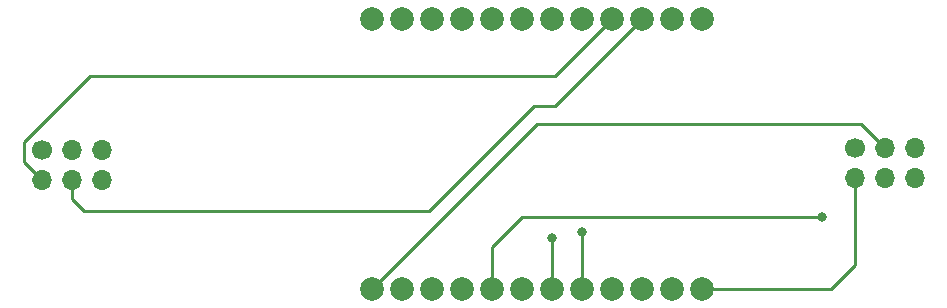
<source format=gbr>
%TF.GenerationSoftware,KiCad,Pcbnew,8.0.4*%
%TF.CreationDate,2024-09-09T14:33:04-07:00*%
%TF.ProjectId,Top_Board,546f705f-426f-4617-9264-2e6b69636164,0*%
%TF.SameCoordinates,Original*%
%TF.FileFunction,Copper,L2,Bot*%
%TF.FilePolarity,Positive*%
%FSLAX46Y46*%
G04 Gerber Fmt 4.6, Leading zero omitted, Abs format (unit mm)*
G04 Created by KiCad (PCBNEW 8.0.4) date 2024-09-09 14:33:04*
%MOMM*%
%LPD*%
G01*
G04 APERTURE LIST*
%TA.AperFunction,ComponentPad*%
%ADD10C,2.000000*%
%TD*%
%TA.AperFunction,ComponentPad*%
%ADD11C,1.700000*%
%TD*%
%TA.AperFunction,ComponentPad*%
%ADD12O,1.700000X1.700000*%
%TD*%
%TA.AperFunction,ViaPad*%
%ADD13C,0.800000*%
%TD*%
%TA.AperFunction,Conductor*%
%ADD14C,0.250000*%
%TD*%
G04 APERTURE END LIST*
D10*
%TO.P,U1,1,3v*%
%TO.N,3V*%
X171450000Y-107950000D03*
%TO.P,U1,2,1*%
%TO.N,unconnected-(U1-1-Pad2)*%
X168910000Y-107950000D03*
%TO.P,U1,3,2*%
%TO.N,unconnected-(U1-2-Pad3)*%
X166370000Y-107950000D03*
%TO.P,U1,4,3*%
%TO.N,unconnected-(U1-3-Pad4)*%
X163830000Y-107950000D03*
%TO.P,U1,5,10*%
%TO.N,D10*%
X161290000Y-107950000D03*
%TO.P,U1,6,11*%
%TO.N,D11*%
X158750000Y-107950000D03*
%TO.P,U1,7,12*%
%TO.N,SDA*%
X156210000Y-107950000D03*
%TO.P,U1,8,13*%
%TO.N,SCL*%
X153670000Y-107950000D03*
%TO.P,U1,9,NC*%
%TO.N,unconnected-(U1-NC-Pad9)*%
X151130000Y-107950000D03*
%TO.P,U1,10,NC*%
%TO.N,unconnected-(U1-NC-Pad10)*%
X148590000Y-107950000D03*
%TO.P,U1,11,GND*%
%TO.N,GND*%
X146050000Y-107950000D03*
%TO.P,U1,12,5V*%
%TO.N,5V*%
X143510000Y-107950000D03*
%TO.P,U1,13,GND*%
%TO.N,GND*%
X171450000Y-85088136D03*
%TO.P,U1,14,GND*%
X168910000Y-85088136D03*
%TO.P,U1,15,43*%
%TO.N,D43*%
X166370000Y-85088136D03*
%TO.P,U1,16,44*%
%TO.N,D44*%
X163830000Y-85088136D03*
%TO.P,U1,17,18*%
%TO.N,D18*%
X161290000Y-85088136D03*
%TO.P,U1,18,17*%
%TO.N,D17*%
X158750000Y-85088136D03*
%TO.P,U1,19,21*%
%TO.N,unconnected-(U1-21-Pad19)*%
X156210000Y-85088136D03*
%TO.P,U1,20,16*%
%TO.N,unconnected-(U1-16-Pad20)*%
X153670000Y-85088136D03*
%TO.P,U1,21,NC*%
%TO.N,unconnected-(U1-NC-Pad21)*%
X151130000Y-85088136D03*
%TO.P,U1,22,GND*%
%TO.N,GND*%
X148590000Y-85088136D03*
%TO.P,U1,23,GND*%
X146050000Y-85088136D03*
%TO.P,U1,24,3v*%
%TO.N,unconnected-(U1-3v-Pad24)*%
X143510000Y-85088136D03*
%TD*%
D11*
%TO.P,J1,1,Pin_1*%
%TO.N,D17*%
X115585000Y-96204000D03*
D12*
%TO.P,J1,2,Pin_2*%
%TO.N,D44*%
X115585000Y-98744000D03*
%TO.P,J1,3,Pin_3*%
%TO.N,D18*%
X118125000Y-96204000D03*
%TO.P,J1,4,Pin_4*%
%TO.N,D43*%
X118125000Y-98744000D03*
%TO.P,J1,5,Pin_5*%
%TO.N,D10*%
X120665000Y-96204000D03*
%TO.P,J1,6,Pin_6*%
%TO.N,D11*%
X120665000Y-98744000D03*
%TD*%
D11*
%TO.P,J2,1,Pin_1*%
%TO.N,GND*%
X184404000Y-96012000D03*
D12*
%TO.P,J2,2,Pin_2*%
%TO.N,3V*%
X184404000Y-98552000D03*
%TO.P,J2,3,Pin_3*%
%TO.N,5V*%
X186944000Y-96012000D03*
%TO.P,J2,4,Pin_4*%
%TO.N,SDA*%
X186944000Y-98552000D03*
%TO.P,J2,5,Pin_5*%
%TO.N,GND*%
X189484000Y-96012000D03*
%TO.P,J2,6,Pin_6*%
%TO.N,SCL*%
X189484000Y-98552000D03*
%TD*%
D13*
%TO.N,SCL*%
X181610000Y-101854000D03*
%TO.N,D10*%
X161290000Y-103124000D03*
%TO.N,D11*%
X158750000Y-103632000D03*
%TD*%
D14*
%TO.N,5V*%
X157480000Y-93980000D02*
X143510000Y-107950000D01*
X186944000Y-96012000D02*
X184912000Y-93980000D01*
X184912000Y-93980000D02*
X157480000Y-93980000D01*
%TO.N,SCL*%
X181610000Y-101854000D02*
X156210000Y-101854000D01*
X156210000Y-101854000D02*
X153670000Y-104394000D01*
X153670000Y-104394000D02*
X153670000Y-107950000D01*
%TO.N,D10*%
X161290000Y-103124000D02*
X161290000Y-107950000D01*
%TO.N,D11*%
X158750000Y-107950000D02*
X158750000Y-103632000D01*
%TO.N,D43*%
X118125000Y-100345000D02*
X119126000Y-101346000D01*
X148336000Y-101346000D02*
X157226000Y-92456000D01*
X118125000Y-98744000D02*
X118125000Y-100345000D01*
X157226000Y-92456000D02*
X159002136Y-92456000D01*
X159002136Y-92456000D02*
X166370000Y-85088136D01*
X119126000Y-101346000D02*
X148336000Y-101346000D01*
%TO.N,D44*%
X115585000Y-98744000D02*
X114046000Y-97205000D01*
X114046000Y-97205000D02*
X114046000Y-95504000D01*
X119634000Y-89916000D02*
X159002136Y-89916000D01*
X114046000Y-95504000D02*
X119634000Y-89916000D01*
X159002136Y-89916000D02*
X163830000Y-85088136D01*
%TO.N,3V*%
X184404000Y-105918000D02*
X182372000Y-107950000D01*
X184404000Y-98552000D02*
X184404000Y-105918000D01*
X182372000Y-107950000D02*
X171450000Y-107950000D01*
%TD*%
M02*

</source>
